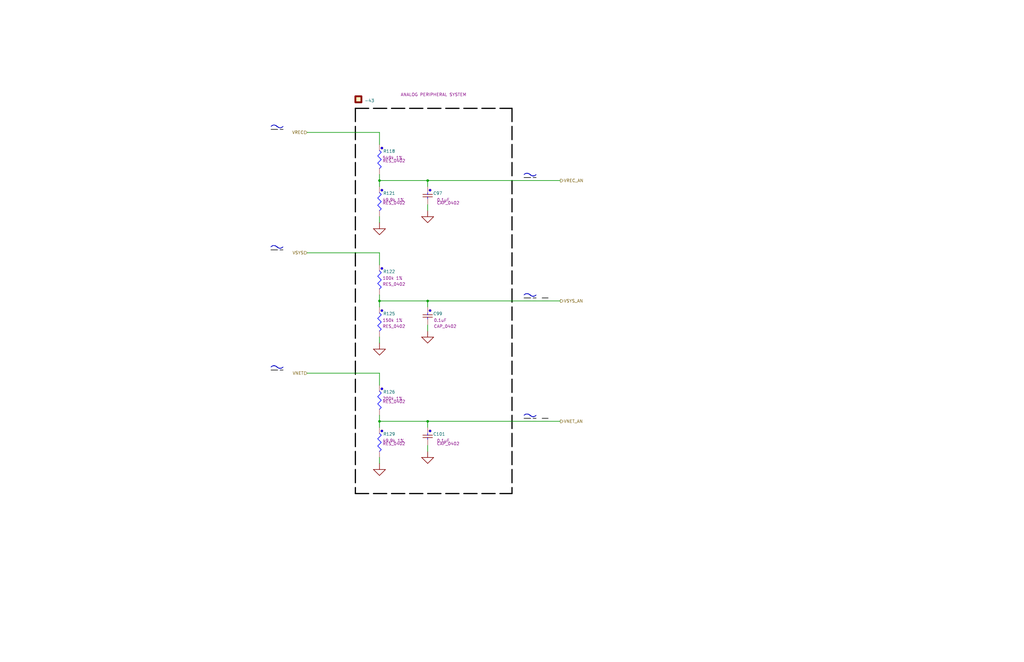
<source format=kicad_sch>
(kicad_sch (version 20231120) (generator "eeschema") (generator_version "8.0")
  (paper "B")
  (title_block (rev "-"))
  (lib_symbols
    (symbol "NNPS:GND" (power)
      (property "Reference" "#PWR" (at 0 0 0))
      (property "Value" "GND" (at 0 6.35 0))
      (symbol "GND_0_0"
        (polyline (pts (xy 0 0) (xy 0 -2.54)) (stroke (width 0.254)))
        (polyline (pts (xy -2.54 -2.54) (xy 2.54 -2.54) (xy 0 -5.08) (xy -2.54 -2.54)) (stroke (width 0.254)))
        (pin power_in line (at 0 0 0) (length 0) hide (name "GND") (number ""))
      )
    )
    (symbol "NNPS:root_0_BOM_S1"
      (symbol "root_0_BOM_S1_1_0"
        (rectangle (start 2.54 0) (end 0 -2.54) (stroke (width 0.762)) (fill (type background)))
      )
    )
    (symbol "NNPS:root_3_CRCW0402549KFKED"
      (symbol "root_3_CRCW0402549KFKED_1_0"
        (polyline (pts (xy 0 -10.16) (xy 0.762 -9.398) (xy -0.762 -7.874) (xy 0.762 -6.35) (xy -0.762 -4.826) (xy 0.762 -3.302) (xy 0 -2.54)) (stroke (width 0.254) (color 0 0 255 1)))
        (circle (center 1.016 -1.524) (radius 0.508) (stroke (width 0.0001)) (fill (type color) (color 0 0 255 1)))
        (pin passive line (at 0 0 270) (length 2.54) (name "1") (number "1"))
        (pin passive line (at 0 -12.7 90) (length 2.54) (name "2") (number "2"))
      )
    )
    (symbol "NNPS:root_3_GRM155R71C104KA88D"
      (symbol "root_3_GRM155R71C104KA88D_1_0"
        (polyline (pts (xy -2.032 -3.302) (xy 2.032 -3.302)) (stroke (width 0.254)))
        (polyline (pts (xy 0 -5.08) (xy 0 -4.318)) (stroke (width 0.254) (color 0 0 255 1)))
        (polyline (pts (xy 0 -2.54) (xy 0 -3.302)) (stroke (width 0.254) (color 0 0 255 1)))
        (polyline (pts (xy 2.032 -4.318) (xy -2.032 -4.318)) (stroke (width 0.254)))
        (circle (center 1.016 -1.524) (radius 0.508) (stroke (width 0.0001)) (fill (type color) (color 0 0 255 1)))
        (pin passive line (at 0 0 270) (length 2.54) (name "1") (number "1"))
        (pin passive line (at 0 -7.62 90) (length 2.54) (name "2") (number "2"))
      )
    )
    (symbol "NNPS:root_3_MCR01MZPF1003"
      (symbol "root_3_MCR01MZPF1003_1_0"
        (polyline (pts (xy 0 -10.16) (xy 0.762 -9.398) (xy -0.762 -7.874) (xy 0.762 -6.35) (xy -0.762 -4.826) (xy 0.762 -3.302) (xy 0 -2.54)) (stroke (width 0.254) (color 0 0 255 1)))
        (circle (center 1.016 -1.524) (radius 0.508) (stroke (width 0.0001)) (fill (type color) (color 0 0 255 1)))
        (pin passive line (at 0 0 270) (length 2.54) (name "1") (number "1"))
        (pin passive line (at 0 -12.7 90) (length 2.54) (name "2") (number "2"))
      )
    )
    (symbol "NNPS:root_3_MCR01MZPF1503"
      (symbol "root_3_MCR01MZPF1503_1_0"
        (polyline (pts (xy 0 -10.16) (xy 0.762 -9.398) (xy -0.762 -7.874) (xy 0.762 -6.35) (xy -0.762 -4.826) (xy 0.762 -3.302) (xy 0 -2.54)) (stroke (width 0.254) (color 0 0 255 1)))
        (circle (center 1.016 -1.524) (radius 0.508) (stroke (width 0.0001)) (fill (type color) (color 0 0 255 1)))
        (pin passive line (at 0 0 270) (length 2.54) (name "1") (number "1"))
        (pin passive line (at 0 -12.7 90) (length 2.54) (name "2") (number "2"))
      )
    )
    (symbol "NNPS:root_3_MCR01MZPF2003"
      (symbol "root_3_MCR01MZPF2003_1_0"
        (polyline (pts (xy 0 -10.16) (xy 0.762 -9.398) (xy -0.762 -7.874) (xy 0.762 -6.35) (xy -0.762 -4.826) (xy 0.762 -3.302) (xy 0 -2.54)) (stroke (width 0.254) (color 0 0 255 1)))
        (circle (center 1.016 -1.524) (radius 0.508) (stroke (width 0.0001)) (fill (type color) (color 0 0 255 1)))
        (pin passive line (at 0 0 270) (length 2.54) (name "1") (number "1"))
        (pin passive line (at 0 -12.7 90) (length 2.54) (name "2") (number "2"))
      )
    )
    (symbol "NNPS:root_3_MCR01MZPF4992"
      (symbol "root_3_MCR01MZPF4992_1_0"
        (polyline (pts (xy 0 -10.16) (xy 0.762 -9.398) (xy -0.762 -7.874) (xy 0.762 -6.35) (xy -0.762 -4.826) (xy 0.762 -3.302) (xy 0 -2.54)) (stroke (width 0.254) (color 0 0 255 1)))
        (circle (center 1.016 -1.524) (radius 0.508) (stroke (width 0.0001)) (fill (type color) (color 0 0 255 1)))
        (pin passive line (at 0 0 270) (length 2.54) (name "1") (number "1"))
        (pin passive line (at 0 -12.7 90) (length 2.54) (name "2") (number "2"))
      )
    )
  )
  (junction (at 180.34 76.2))
  (junction (at 160.02 127))
  (junction (at 160.02 76.2))
  (junction (at 180.34 177.8))
  (junction (at 180.34 127))
  (junction (at 160.02 177.8))
  (polyline (pts (xy 224.4048 175.7641) (xy 224.4994 175.7875)) (stroke (width 0.254) (type solid)))
  (polyline (pts (xy 224.5973 175.8057) (xy 224.6982 175.8182)) (stroke (width 0.254) (type solid)))
  (polyline (pts (xy 114.8786 154.4601) (xy 114.9942 154.4124)) (stroke (width 0.254) (type solid)))
  (polyline (pts (xy 223.5054 175.2461) (xy 223.5163 175.2564)) (stroke (width 0.254) (type solid)))
  (polyline (pts (xy 223.5345 73.674) (xy 223.5524 73.6904)) (stroke (width 0.254) (type solid)))
  (polyline (pts (xy 225.7038 124.7534) (xy 225.8221 124.6693)) (stroke (width 0.254) (type solid)))
  (polyline (pts (xy 221.9126 174.7243) (xy 222.0233 174.7065)) (stroke (width 0.254) (type solid)))
  (polyline (pts (xy 115.6058 103.6183) (xy 115.7067 103.6308)) (stroke (width 0.254) (type solid)))
  (polyline (pts (xy 221.2178 73.4508) (xy 221.3361 73.3667)) (stroke (width 0.254) (type solid)))
  (polyline (pts (xy 223.4875 73.6297) (xy 223.5054 73.6461)) (stroke (width 0.254) (type solid)))
  (polyline (pts (xy 224.9081 175.8228) (xy 225.0166 175.8136)) (stroke (width 0.254) (type solid)))
  (polyline (pts (xy 116.84 53.34) (xy 116.8436 53.3437)) (stroke (width 0.254) (type solid)))
  (polyline (pts (xy 116.8075 53.3097) (xy 116.8254 53.3261)) (stroke (width 0.254) (type solid)))
  (polyline (pts (xy 117.6219 155.3602) (xy 117.713 155.388)) (stroke (width 0.254) (type solid)))
  (polyline (pts (xy 117.0572 104.3931) (xy 117.1174 104.4322)) (stroke (width 0.254) (type solid)))
  (wire (pts (xy 160.02 127) (xy 160.02 124.46)) (stroke (width 0.254)))
  (wire (pts (xy 180.34 129.54) (xy 180.34 127)) (stroke (width 0.254)))
  (polyline (pts (xy 117.3277 104.5498) (xy 117.407 104.5867)) (stroke (width 0.254) (type solid)))
  (polyline (pts (xy 225.2398 74.1687) (xy 225.3539 74.1316)) (stroke (width 0.254) (type solid)))
  (polyline (pts (xy 221.8001 174.7514) (xy 221.9126 174.7243)) (stroke (width 0.254) (type solid)))
  (polyline (pts (xy 228.6 125.73) (xy 231.14 125.73)) (stroke (width 0.254) (type solid) (color 0 0 0 1)))
  (polyline (pts (xy 223.1866 124.2043) (xy 223.2468 124.2434)) (stroke (width 0.254) (type solid)))
  (polyline (pts (xy 221.686 174.7885) (xy 221.8001 174.7514)) (stroke (width 0.254) (type solid)))
  (polyline (pts (xy 117.713 155.388) (xy 117.8076 155.4114)) (stroke (width 0.254) (type solid)))
  (polyline (pts (xy 225.1273 175.7958) (xy 225.2398 175.7687)) (stroke (width 0.254) (type solid)))
  (polyline (pts (xy 224.3137 74.1363) (xy 224.4048 74.1641)) (stroke (width 0.254) (type solid)))
  (polyline (pts (xy 116.2845 154.5106) (xy 116.3593 154.5491)) (stroke (width 0.254) (type solid)))
  (polyline (pts (xy 116.7518 53.2616) (xy 116.7829 53.288)) (stroke (width 0.254) (type solid)))
  (polyline (pts (xy 223.1866 73.4043) (xy 223.2468 73.4434)) (stroke (width 0.254) (type solid)))
  (polyline (pts (xy 114.6443 154.5906) (xy 114.7619 154.5193)) (stroke (width 0.254) (type solid)))
  (polyline (pts (xy 223.6081 124.5385) (xy 223.6455 124.5689)) (stroke (width 0.254) (type solid)))
  (polyline (pts (xy 115.2326 52.8043) (xy 115.3433 52.7865)) (stroke (width 0.254) (type solid)))
  (polyline (pts (xy 115.5022 103.6124) (xy 115.6058 103.6183)) (stroke (width 0.254) (type solid)))
  (polyline (pts (xy 117.0582 53.5186) (xy 117.1131 53.5567)) (stroke (width 0.254) (type solid)))
  (polyline (pts (xy 116.8363 53.3364) (xy 116.84 53.34)) (stroke (width 0.254) (type solid)))
  (polyline (pts (xy 223.0511 73.3252) (xy 223.1213 73.3646)) (stroke (width 0.254) (type solid)))
  (polyline (pts (xy 224.2263 175.7048) (xy 224.3137 175.7363)) (stroke (width 0.254) (type solid)))
  (polyline (pts (xy 223.5163 175.2564) (xy 223.52 175.26)) (stroke (width 0.254) (type solid)))
  (polyline (pts (xy 116.8136 154.87) (xy 116.8245 154.8803)) (stroke (width 0.254) (type solid)))
  (polyline (pts (xy 114.3631 104.0647) (xy 114.4819 103.9672)) (stroke (width 0.254) (type solid)))
  (polyline (pts (xy 225.1273 74.1958) (xy 225.2398 74.1687)) (stroke (width 0.254) (type solid)))
  (polyline (pts (xy 221.3361 124.1667) (xy 221.4537 124.0954)) (stroke (width 0.254) (type solid)))
  (polyline (pts (xy 223.5163 73.6564) (xy 223.52 73.66)) (stroke (width 0.254) (type solid)))
  (polyline (pts (xy 119.0238 53.6334) (xy 119.1421 53.5493)) (stroke (width 0.254) (type solid)))
  (polyline (pts (xy 116.8722 104.2549) (xy 116.9096 104.2853)) (stroke (width 0.254) (type solid)))
  (polyline (pts (xy 223.52 175.26) (xy 223.5236 175.2637)) (stroke (width 0.254) (type solid)))
  (polyline (pts (xy 222.1318 123.8973) (xy 222.2381 123.896)) (stroke (width 0.254) (type solid)))
  (polyline (pts (xy 223.8533 73.9158) (xy 223.9186 73.9555)) (stroke (width 0.254) (type solid)))
  (polyline (pts (xy 118.8944 155.2486) (xy 119.012 155.1773)) (stroke (width 0.254) (type solid)))
  (polyline (pts (xy 223.8533 175.5158) (xy 223.9186 175.5555)) (stroke (width 0.254) (type solid)))
  (polyline (pts (xy 225.9409 175.3718) (xy 226.06 175.26)) (stroke (width 0.254) (type solid)))
  (polyline (pts (xy 225.0166 175.8136) (xy 225.1273 175.7958)) (stroke (width 0.254) (type solid)))
  (polyline (pts (xy 116.7829 53.288) (xy 116.8075 53.3097)) (stroke (width 0.254) (type solid)))
  (polyline (pts (xy 222.4426 73.1144) (xy 222.5405 73.1326)) (stroke (width 0.254) (type solid)))
  (polyline (pts (xy 223.7931 73.8767) (xy 223.8533 73.9158)) (stroke (width 0.254) (type solid)))
  (polyline (pts (xy 222.9763 73.2867) (xy 223.0511 73.3252)) (stroke (width 0.254) (type solid)))
  (polyline (pts (xy 115.8487 154.3565) (xy 115.9433 154.3799)) (stroke (width 0.254) (type solid)))
  (polyline (pts (xy 119.0862 104.3857) (xy 119.205 104.2882)) (stroke (width 0.254) (type solid)))
  (polyline (pts (xy 115.7067 103.6308) (xy 115.8046 103.649)) (stroke (width 0.254) (type solid)))
  (polyline (pts (xy 115.3959 103.6137) (xy 115.5022 103.6124)) (stroke (width 0.254) (type solid)))
  (polyline (pts (xy 117.8614 104.7221) (xy 117.9623 104.7346)) (stroke (width 0.254) (type solid)))
  (polyline (pts (xy 224.1429 175.6703) (xy 224.2263 175.7048)) (stroke (width 0.254) (type solid)))
  (polyline (pts (xy 115.6499 154.3258) (xy 115.7508 154.3383)) (stroke (width 0.254) (type solid)))
  (polyline (pts (xy 117.8194 53.8675) (xy 117.9173 53.8857)) (stroke (width 0.254) (type solid)))
  (polyline (pts (xy 225.3539 175.7316) (xy 225.4695 175.6839)) (stroke (width 0.254) (type solid)))
  (wire (pts (xy 129.54 106.68) (xy 160.02 106.68)) (stroke (width 0.254)))
  (polyline (pts (xy 116.0344 154.4077) (xy 116.1218 154.4392)) (stroke (width 0.254) (type solid)))
  (polyline (pts (xy 221.3361 73.3667) (xy 221.4537 73.2954)) (stroke (width 0.254) (type solid)))
  (polyline (pts (xy 222.897 174.8498) (xy 222.9763 174.8867)) (stroke (width 0.254) (type solid)))
  (polyline (pts (xy 116.1611 103.7662) (xy 116.2404 103.8031)) (stroke (width 0.254) (type solid)))
  (polyline (pts (xy 116.8427 154.8979) (xy 116.8606 154.9143)) (stroke (width 0.254) (type solid)))
  (polyline (pts (xy 117.1733 53.5958) (xy 117.2386 53.6355)) (stroke (width 0.254) (type solid)))
  (polyline (pts (xy 117.1174 104.4322) (xy 117.1827 104.4719)) (stroke (width 0.254) (type solid)))
  (polyline (pts (xy 116.3854 103.881) (xy 116.4507 103.9207)) (stroke (width 0.254) (type solid)))
  (polyline (pts (xy 224.4994 124.9875) (xy 224.5973 125.0057)) (stroke (width 0.254) (type solid)))
  (polyline (pts (xy 114.2441 105.4464) (xy 119.3241 105.4464)) (stroke (width 0.254) (type dash) (color 0 0 0 1)))
  (polyline (pts (xy 116.9972 155.0264) (xy 117.0464 155.0625)) (stroke (width 0.254) (type solid)))
  (polyline (pts (xy 117.9055 155.4296) (xy 118.0064 155.4421)) (stroke (width 0.254) (type solid)))
  (polyline (pts (xy 223.9186 124.7555) (xy 223.9888 124.7949)) (stroke (width 0.254) (type solid)))
  (wire (pts (xy 180.34 139.7) (xy 180.34 137.16)) (stroke (width 0.254)))
  (polyline (pts (xy 115.44 154.3212) (xy 115.5463 154.3199)) (stroke (width 0.254) (type solid)))
  (polyline (pts (xy 116.3593 154.5491) (xy 116.4295 154.5885)) (stroke (width 0.254) (type solid)))
  (polyline (pts (xy 116.9163 154.9624) (xy 116.9537 154.9928)) (stroke (width 0.254) (type solid)))
  (polyline (pts (xy 220.98 125.73) (xy 226.06 125.73)) (stroke (width 0.254) (type dash) (color 0 0 0 1)))
  (polyline (pts (xy 115.5581 52.776) (xy 115.6617 52.7819)) (stroke (width 0.254) (type solid)))
  (polyline (pts (xy 223.5236 175.2637) (xy 223.5345 175.274)) (stroke (width 0.254) (type solid)))
  (polyline (pts (xy 117.2529 104.5113) (xy 117.3277 104.5498)) (stroke (width 0.254) (type solid)))
  (polyline (pts (xy 220.98 73.66) (xy 221.099 73.5483)) (stroke (width 0.254) (type solid)))
  (polyline (pts (xy 117.1615 155.1397) (xy 117.2268 155.1794)) (stroke (width 0.254) (type solid)))
  (polyline (pts (xy 116.897 53.3921) (xy 116.9281 53.4185)) (stroke (width 0.254) (type solid)))
  (polyline (pts (xy 222.9763 124.0867) (xy 223.0511 124.1252)) (stroke (width 0.254) (type solid)))
  (polyline (pts (xy 115.3433 52.7865) (xy 115.4518 52.7773)) (stroke (width 0.254) (type solid)))
  (polyline (pts (xy 114.3 53.34) (xy 114.419 53.2283)) (stroke (width 0.254) (type solid)))
  (polyline (pts (xy 114.4072 154.7722) (xy 114.526 154.6747)) (stroke (width 0.254) (type solid)))
  (polyline (pts (xy 116.8282 154.8839) (xy 116.8318 154.8876)) (stroke (width 0.254) (type solid)))
  (polyline (pts (xy 221.099 124.3483) (xy 221.2178 124.2508)) (stroke (width 0.254) (type solid)))
  (wire (pts (xy 160.02 129.54) (xy 160.02 127)) (stroke (width 0.254)))
  (polyline (pts (xy 223.2468 73.4434) (xy 223.3017 73.4815)) (stroke (width 0.254) (type solid)))
  (polyline (pts (xy 223.3944 73.5512) (xy 223.4318 73.5816)) (stroke (width 0.254) (type solid)))
  (polyline (pts (xy 224.4994 74.1875) (xy 224.5973 74.2057)) (stroke (width 0.254) (type solid)))
  (polyline (pts (xy 116.9531 104.3189) (xy 117.0023 104.355)) (stroke (width 0.254) (type solid)))
  (polyline (pts (xy 224.8018 175.8241) (xy 224.9081 175.8228)) (stroke (width 0.254) (type solid)))
  (polyline (pts (xy 115.2208 154.3482) (xy 115.3315 154.3304)) (stroke (width 0.254) (type solid)))
  (polyline (pts (xy 118.7777 155.3078) (xy 118.8944 155.2486)) (stroke (width 0.254) (type solid)))
  (polyline (pts (xy 222.897 124.0498) (xy 222.9763 124.0867)) (stroke (width 0.254) (type solid)))
  (polyline (pts (xy 223.3944 175.1512) (xy 223.4318 175.1816)) (stroke (width 0.254) (type solid)))
  (polyline (pts (xy 222.5405 123.9326) (xy 222.6351 123.956)) (stroke (width 0.254) (type solid)))
  (polyline (pts (xy 118.618 104.648) (xy 118.7336 104.6003)) (stroke (width 0.254) (type solid)))
  (polyline (pts (xy 114.419 53.2283) (xy 114.5378 53.1308)) (stroke (width 0.254) (type solid)))
  (polyline (pts (xy 222.7262 174.7838) (xy 222.8136 174.8153)) (stroke (width 0.254) (type solid)))
  (wire (pts (xy 160.02 93.98) (xy 160.02 91.44)) (stroke (width 0.254)))
  (polyline (pts (xy 116.8318 154.8876) (xy 116.8427 154.8979)) (stroke (width 0.254) (type solid)))
  (polyline (pts (xy 223.4875 175.2297) (xy 223.5054 175.2461)) (stroke (width 0.254) (type solid)))
  (polyline (pts (xy 117.1131 53.5567) (xy 117.1733 53.5958)) (stroke (width 0.254) (type solid)))
  (wire (pts (xy 160.02 144.78) (xy 160.02 142.24)) (stroke (width 0.254)))
  (polyline (pts (xy 115.8046 103.649) (xy 115.8992 103.6724)) (stroke (width 0.254) (type solid)))
  (polyline (pts (xy 116.6585 104.0676) (xy 116.6959 104.098)) (stroke (width 0.254) (type solid)))
  (polyline (pts (xy 114.9501 103.7049) (xy 115.0642 103.6678)) (stroke (width 0.254) (type solid)))
  (polyline (pts (xy 116.7841 104.1764) (xy 116.7877 104.1801)) (stroke (width 0.254) (type solid)))
  (polyline (pts (xy 117.9173 53.8857) (xy 118.0182 53.8982)) (stroke (width 0.254) (type solid)))
  (polyline (pts (xy 224.8018 74.2241) (xy 224.9081 74.2228)) (stroke (width 0.254) (type solid)))
  (polyline (pts (xy 223.3017 175.0815) (xy 223.3509 175.1176)) (stroke (width 0.254) (type solid)))
  (polyline (pts (xy 224.2263 124.9048) (xy 224.3137 124.9363)) (stroke (width 0.254) (type solid)))
  (polyline (pts (xy 222.4426 123.9144) (xy 222.5405 123.9326)) (stroke (width 0.254) (type solid)))
  (polyline (pts (xy 222.897 73.2498) (xy 222.9763 73.2867)) (stroke (width 0.254) (type solid)))
  (polyline (pts (xy 222.2381 123.896) (xy 222.3417 123.9019)) (stroke (width 0.254) (type solid)))
  (polyline (pts (xy 221.2178 175.0508) (xy 221.3361 174.9667)) (stroke (width 0.254) (type solid)))
  (polyline (pts (xy 222.0233 73.1065) (xy 222.1318 73.0973)) (stroke (width 0.254) (type solid)))
  (polyline (pts (xy 224.3137 124.9363) (xy 224.4048 124.9641)) (stroke (width 0.254) (type solid)))
  (polyline (pts (xy 116.5066 53.0843) (xy 116.5668 53.1234)) (stroke (width 0.254) (type solid)))
  (polyline (pts (xy 223.577 175.3121) (xy 223.6081 175.3385)) (stroke (width 0.254) (type solid)))
  (polyline (pts (xy 221.4537 174.8954) (xy 221.5704 174.8362)) (stroke (width 0.254) (type solid)))
  (polyline (pts (xy 117.0023 104.355) (xy 117.0572 104.3931)) (stroke (width 0.254) (type solid)))
  (polyline (pts (xy 223.7931 175.4767) (xy 223.8533 175.5158)) (stroke (width 0.254) (type solid)))
  (polyline (pts (xy 117.4629 53.7503) (xy 117.5463 53.7848)) (stroke (width 0.254) (type solid)))
  (polyline (pts (xy 117.6337 53.8163) (xy 117.7248 53.8441)) (stroke (width 0.254) (type solid)))
  (polyline (pts (xy 118.1218 53.9041) (xy 118.2281 53.9028)) (stroke (width 0.254) (type solid)))
  (wire (pts (xy 180.34 180.34) (xy 180.34 177.8)) (stroke (width 0.254)))
  (polyline (pts (xy 225.7038 175.5534) (xy 225.8221 175.4693)) (stroke (width 0.254) (type solid)))
  (polyline (pts (xy 117.3718 155.2573) (xy 117.4511 155.2942)) (stroke (width 0.254) (type solid)))
  (polyline (pts (xy 223.3509 175.1176) (xy 223.3944 175.1512)) (stroke (width 0.254) (type solid)))
  (polyline (pts (xy 221.9126 123.9243) (xy 222.0233 123.9065)) (stroke (width 0.254) (type solid)))
  (polyline (pts (xy 114.7178 103.8118) (xy 114.8345 103.7526)) (stroke (width 0.254) (type solid)))
  (polyline (pts (xy 223.689 73.8025) (xy 223.7382 73.8386)) (stroke (width 0.254) (type solid)))
  (polyline (pts (xy 223.7382 175.4386) (xy 223.7931 175.4767)) (stroke (width 0.254) (type solid)))
  (polyline (pts (xy 224.6982 175.8182) (xy 224.8018 175.8241)) (stroke (width 0.254) (type solid)))
  (polyline (pts (xy 224.0636 175.6334) (xy 224.1429 175.6703)) (stroke (width 0.254) (type solid)))
  (polyline (pts (xy 118.3914 104.7122) (xy 118.5039 104.6851)) (stroke (width 0.254) (type solid)))
  (polyline (pts (xy 149.86 45.72) (xy 215.9 45.72)) (stroke (width 0.508) (type dash) (color 0 0 0 1)))
  (polyline (pts (xy 222.3417 73.1019) (xy 222.4426 73.1144)) (stroke (width 0.254) (type solid)))
  (polyline (pts (xy 222.3417 174.7019) (xy 222.4426 174.7144)) (stroke (width 0.254) (type solid)))
  (wire (pts (xy 160.02 195.58) (xy 160.02 193.04)) (stroke (width 0.254)))
  (polyline (pts (xy 114.2882 154.8839) (xy 114.4072 154.7722)) (stroke (width 0.254) (type solid)))
  (polyline (pts (xy 223.8533 124.7158) (xy 223.9186 124.7555)) (stroke (width 0.254) (type solid)))
  (polyline (pts (xy 223.0511 124.1252) (xy 223.1213 124.1646)) (stroke (width 0.254) (type solid)))
  (polyline (pts (xy 223.52 73.66) (xy 223.5236 73.6637)) (stroke (width 0.254) (type solid)))
  (polyline (pts (xy 115.9551 52.836) (xy 116.0462 52.8638)) (stroke (width 0.254) (type solid)))
  (polyline (pts (xy 223.2468 124.2434) (xy 223.3017 124.2815)) (stroke (width 0.254) (type solid)))
  (polyline (pts (xy 116.7695 104.1625) (xy 116.7804 104.1728)) (stroke (width 0.254) (type solid)))
  (polyline (pts (xy 222.3417 123.9019) (xy 222.4426 123.9144)) (stroke (width 0.254) (type solid)))
  (polyline (pts (xy 223.9186 175.5555) (xy 223.9888 175.5949)) (stroke (width 0.254) (type solid)))
  (polyline (pts (xy 223.6455 73.7689) (xy 223.689 73.8025)) (stroke (width 0.254) (type solid)))
  (polyline (pts (xy 224.4048 74.1641) (xy 224.4994 74.1875)) (stroke (width 0.254) (type solid)))
  (polyline (pts (xy 115.1201 52.8314) (xy 115.2326 52.8043)) (stroke (width 0.254) (type solid)))
  (polyline (pts (xy 222.0233 174.7065) (xy 222.1318 174.6973)) (stroke (width 0.254) (type solid)))
  (polyline (pts (xy 116.5109 103.9598) (xy 116.5658 103.9979)) (stroke (width 0.254) (type solid)))
  (polyline (pts (xy 116.8411 104.2285) (xy 116.8722 104.2549)) (stroke (width 0.254) (type solid)))
  (polyline (pts (xy 223.7382 73.8386) (xy 223.7931 73.8767)) (stroke (width 0.254) (type solid)))
  (polyline (pts (xy 224.3137 175.7363) (xy 224.4048 175.7641)) (stroke (width 0.254) (type solid)))
  (polyline (pts (xy 116.0777 103.7317) (xy 116.1611 103.7662)) (stroke (width 0.254) (type solid)))
  (polyline (pts (xy 223.9888 73.9949) (xy 224.0636 74.0334)) (stroke (width 0.254) (type solid)))
  (polyline (pts (xy 116.727 104.1244) (xy 116.7516 104.1461)) (stroke (width 0.254) (type solid)))
  (polyline (pts (xy 114.3 54.61) (xy 119.38 54.61)) (stroke (width 0.254) (type dash) (color 0 0 0 1)))
  (polyline (pts (xy 115.1083 154.3753) (xy 115.2208 154.3482)) (stroke (width 0.254) (type solid)))
  (polyline (pts (xy 118.2163 155.4467) (xy 118.3248 155.4375)) (stroke (width 0.254) (type solid)))
  (polyline (pts (xy 222.0233 123.9065) (xy 222.1318 123.8973)) (stroke (width 0.254) (type solid)))
  (polyline (pts (xy 224.4994 175.7875) (xy 224.5973 175.8057)) (stroke (width 0.254) (type solid)))
  (polyline (pts (xy 116.0462 52.8638) (xy 116.1336 52.8953)) (stroke (width 0.254) (type solid)))
  (polyline (pts (xy 222.8136 73.2153) (xy 222.897 73.2498)) (stroke (width 0.254) (type solid)))
  (polyline (pts (xy 223.577 124.5121) (xy 223.6081 124.5385)) (stroke (width 0.254) (type solid)))
  (polyline (pts (xy 117.2268 155.1794) (xy 117.297 155.2188)) (stroke (width 0.254) (type solid)))
  (polyline (pts (xy 119.1303 155.0932) (xy 119.2491 154.9957)) (stroke (width 0.254) (type solid)))
  (polyline (pts (xy 223.5236 73.6637) (xy 223.5345 73.674)) (stroke (width 0.254) (type solid)))
  (polyline (pts (xy 117.5345 155.3287) (xy 117.6219 155.3602)) (stroke (width 0.254) (type solid)))
  (polyline (pts (xy 114.2882 156.1539) (xy 119.3682 156.1539)) (stroke (width 0.254) (type dash) (color 0 0 0 1)))
  (polyline (pts (xy 220.98 176.53) (xy 226.06 176.53)) (stroke (width 0.254) (type dash) (color 0 0 0 1)))
  (polyline (pts (xy 222.7262 123.9838) (xy 222.8136 124.0153)) (stroke (width 0.254) (type solid)))
  (polyline (pts (xy 221.9126 73.1243) (xy 222.0233 73.1065)) (stroke (width 0.254) (type solid)))
  (polyline (pts (xy 221.5704 73.2362) (xy 221.686 73.1885)) (stroke (width 0.254) (type solid)))
  (wire (pts (xy 180.34 190.5) (xy 180.34 187.96)) (stroke (width 0.254)))
  (polyline (pts (xy 224.6982 74.2182) (xy 224.8018 74.2241)) (stroke (width 0.254) (type solid)))
  (polyline (pts (xy 225.4695 74.0839) (xy 225.5862 74.0247)) (stroke (width 0.254) (type solid)))
  (polyline (pts (xy 223.7931 124.6767) (xy 223.8533 124.7158)) (stroke (width 0.254) (type solid)))
  (polyline (pts (xy 116.6709 53.1976) (xy 116.7144 53.2312)) (stroke (width 0.254) (type solid)))
  (wire (pts (xy 180.34 78.74) (xy 180.34 76.2)) (stroke (width 0.254)))
  (polyline (pts (xy 118.3248 155.4375) (xy 118.4355 155.4197)) (stroke (width 0.254) (type solid)))
  (polyline (pts (xy 116.1336 52.8953) (xy 116.217 52.9298)) (stroke (width 0.254) (type solid)))
  (polyline (pts (xy 119.012 155.1773) (xy 119.1303 155.0932)) (stroke (width 0.254) (type solid)))
  (polyline (pts (xy 223.3509 73.5176) (xy 223.3944 73.5512)) (stroke (width 0.254) (type solid)))
  (polyline (pts (xy 223.4318 124.3816) (xy 223.4629 124.408)) (stroke (width 0.254) (type solid)))
  (polyline (pts (xy 223.5163 124.4564) (xy 223.52 124.46)) (stroke (width 0.254) (type solid)))
  (polyline (pts (xy 225.3539 124.9316) (xy 225.4695 124.8839)) (stroke (width 0.254) (type solid)))
  (wire (pts (xy 129.54 55.88) (xy 160.02 55.88)) (stroke (width 0.254)))
  (polyline (pts (xy 117.7248 53.8441) (xy 117.8194 53.8675)) (stroke (width 0.254) (type solid)))
  (polyline (pts (xy 115.4518 52.7773) (xy 115.5581 52.776)) (stroke (width 0.254) (type solid)))
  (polyline (pts (xy 116.8245 154.8803) (xy 116.8282 154.8839)) (stroke (width 0.254) (type solid)))
  (polyline (pts (xy 118.0182 53.8982) (xy 118.1218 53.9041)) (stroke (width 0.254) (type solid)))
  (polyline (pts (xy 225.0166 125.0136) (xy 225.1273 124.9958)) (stroke (width 0.254) (type solid)))
  (polyline (pts (xy 224.5973 125.0057) (xy 224.6982 125.0182)) (stroke (width 0.254) (type solid)))
  (polyline (pts (xy 223.689 175.4025) (xy 223.7382 175.4386)) (stroke (width 0.254) (type solid)))
  (polyline (pts (xy 116.8606 154.9143) (xy 116.8852 154.936)) (stroke (width 0.254) (type solid)))
  (polyline (pts (xy 117.9623 104.7346) (xy 118.0659 104.7405)) (stroke (width 0.254) (type solid)))
  (polyline (pts (xy 225.9409 124.5718) (xy 226.06 124.46)) (stroke (width 0.254) (type solid)))
  (polyline (pts (xy 222.6351 73.156) (xy 222.7262 73.1838)) (stroke (width 0.254) (type solid)))
  (polyline (pts (xy 116.7516 104.1461) (xy 116.7695 104.1625)) (stroke (width 0.254) (type solid)))
  (polyline (pts (xy 221.5704 174.8362) (xy 221.686 174.7885)) (stroke (width 0.254) (type solid)))
  (polyline (pts (xy 116.2963 52.9667) (xy 116.3711 53.0052)) (stroke (width 0.254) (type solid)))
  (wire (pts (xy 180.34 127) (xy 160.02 127)) (stroke (width 0.254)))
  (wire (pts (xy 160.02 76.2) (xy 160.02 73.66)) (stroke (width 0.254)))
  (polyline (pts (xy 223.5345 175.274) (xy 223.5524 175.2904)) (stroke (width 0.254) (type solid)))
  (polyline (pts (xy 223.52 124.46) (xy 223.5236 124.4637)) (stroke (width 0.254) (type solid)))
  (polyline (pts (xy 225.5862 74.0247) (xy 225.7038 73.9534)) (stroke (width 0.254) (type solid)))
  (polyline (pts (xy 220.98 74.93) (xy 226.06 74.93)) (stroke (width 0.254) (type dash) (color 0 0 0 1)))
  (polyline (pts (xy 117.3836 53.7134) (xy 117.4629 53.7503)) (stroke (width 0.254) (type solid)))
  (polyline (pts (xy 223.6455 124.5689) (xy 223.689 124.6025)) (stroke (width 0.254) (type solid)))
  (polyline (pts (xy 116.4413 53.0446) (xy 116.5066 53.0843)) (stroke (width 0.254) (type solid)))
  (polyline (pts (xy 224.9081 74.2228) (xy 225.0166 74.2136)) (stroke (width 0.254) (type solid)))
  (polyline (pts (xy 118.4355 155.4197) (xy 118.548 155.3926)) (stroke (width 0.254) (type solid)))
  (polyline (pts (xy 118.5039 104.6851) (xy 118.618 104.648)) (stroke (width 0.254) (type solid)))
  (polyline (pts (xy 118.8503 104.5411) (xy 118.9679 104.4698)) (stroke (width 0.254) (type solid)))
  (polyline (pts (xy 115.9433 154.3799) (xy 116.0344 154.4077)) (stroke (width 0.254) (type solid)))
  (polyline (pts (xy 118.5598 53.8487) (xy 118.6739 53.8116)) (stroke (width 0.254) (type solid)))
  (polyline (pts (xy 119.2609 53.4518) (xy 119.38 53.34)) (stroke (width 0.254) (type solid)))
  (polyline (pts (xy 117.7635 104.7039) (xy 117.8614 104.7221)) (stroke (width 0.254) (type solid)))
  (polyline (pts (xy 222.9763 174.8867) (xy 223.0511 174.9252)) (stroke (width 0.254) (type solid)))
  (polyline (pts (xy 223.3017 124.2815) (xy 223.3509 124.3176)) (stroke (width 0.254) (type solid)))
  (polyline (pts (xy 228.6 176.53) (xy 231.14 176.53)) (stroke (width 0.254) (type solid) (color 0 0 0 1)))
  (polyline (pts (xy 116.4507 103.9207) (xy 116.5109 103.9598)) (stroke (width 0.254) (type solid)))
  (polyline (pts (xy 116.7144 53.2312) (xy 116.7518 53.2616)) (stroke (width 0.254) (type solid)))
  (polyline (pts (xy 224.8018 125.0241) (xy 224.9081 125.0228)) (stroke (width 0.254) (type solid)))
  (polyline (pts (xy 115.7508 154.3383) (xy 115.8487 154.3565)) (stroke (width 0.254) (type solid)))
  (polyline (pts (xy 114.6561 53.0467) (xy 114.7737 52.9754)) (stroke (width 0.254) (type solid)))
  (polyline (pts (xy 223.9888 124.7949) (xy 224.0636 124.8334)) (stroke (width 0.254) (type solid)))
  (polyline (pts (xy 223.4875 124.4297) (xy 223.5054 124.4461)) (stroke (width 0.254) (type solid)))
  (polyline (pts (xy 221.686 123.9885) (xy 221.8001 123.9514)) (stroke (width 0.254) (type solid)))
  (polyline (pts (xy 118.2281 53.9028) (xy 118.3366 53.8936)) (stroke (width 0.254) (type solid)))
  (polyline (pts (xy 116.9281 53.4185) (xy 116.9655 53.4489)) (stroke (width 0.254) (type solid)))
  (polyline (pts (xy 116.4948 154.6282) (xy 116.555 154.6673)) (stroke (width 0.254) (type solid)))
  (polyline (pts (xy 221.3361 174.9667) (xy 221.4537 174.8954)) (stroke (width 0.254) (type solid)))
  (wire (pts (xy 160.02 180.34) (xy 160.02 177.8)) (stroke (width 0.254)))
  (polyline (pts (xy 223.1866 175.0043) (xy 223.2468 175.0434)) (stroke (width 0.254) (type solid)))
  (polyline (pts (xy 117.5463 53.7848) (xy 117.6337 53.8163)) (stroke (width 0.254) (type solid)))
  (polyline (pts (xy 224.1429 74.0703) (xy 224.2263 74.1048)) (stroke (width 0.254) (type solid)))
  (polyline (pts (xy 116.8165 104.2068) (xy 116.8411 104.2285)) (stroke (width 0.254) (type solid)))
  (polyline (pts (xy 116.6217 53.1615) (xy 116.6709 53.1976)) (stroke (width 0.254) (type solid)))
  (polyline (pts (xy 114.5378 53.1308) (xy 114.6561 53.0467)) (stroke (width 0.254) (type solid)))
  (polyline (pts (xy 117.1013 155.1006) (xy 117.1615 155.1397)) (stroke (width 0.254) (type solid)))
  (polyline (pts (xy 223.1213 73.3646) (xy 223.1866 73.4043)) (stroke (width 0.254) (type solid)))
  (polyline (pts (xy 223.1213 124.1646) (xy 223.1866 124.2043)) (stroke (width 0.254) (type solid)))
  (polyline (pts (xy 223.2468 175.0434) (xy 223.3017 175.0815)) (stroke (width 0.254) (type solid)))
  (polyline (pts (xy 118.7895 53.7639) (xy 118.9062 53.7047)) (stroke (width 0.254) (type solid)))
  (polyline (pts (xy 225.0166 74.2136) (xy 225.1273 74.1958)) (stroke (width 0.254) (type solid)))
  (polyline (pts (xy 119.2491 154.9957) (xy 119.3682 154.8839)) (stroke (width 0.254) (type solid)))
  (polyline (pts (xy 117.2386 53.6355) (xy 117.3088 53.6749)) (stroke (width 0.254) (type solid)))
  (polyline (pts (xy 225.4695 175.6839) (xy 225.5862 175.6247)) (stroke (width 0.254) (type solid)))
  (wire (pts (xy 180.34 177.8) (xy 236.22 177.8)) (stroke (width 0.254)))
  (polyline (pts (xy 116.4295 154.5885) (xy 116.4948 154.6282)) (stroke (width 0.254) (type solid)))
  (polyline (pts (xy 116.8545 53.354) (xy 116.8724 53.3704)) (stroke (width 0.254) (type solid)))
  (polyline (pts (xy 116.8436 53.3437) (xy 116.8545 53.354)) (stroke (width 0.254) (type solid)))
  (polyline (pts (xy 225.2398 124.9687) (xy 225.3539 124.9316)) (stroke (width 0.254) (type solid)))
  (polyline (pts (xy 117.4904 104.6212) (xy 117.5778 104.6527)) (stroke (width 0.254) (type solid)))
  (polyline (pts (xy 225.8221 124.6693) (xy 225.9409 124.5718)) (stroke (width 0.254) (type solid)))
  (polyline (pts (xy 116.3152 103.8416) (xy 116.3854 103.881)) (stroke (width 0.254) (type solid)))
  (polyline (pts (xy 116.7986 104.1904) (xy 116.8165 104.2068)) (stroke (width 0.254) (type solid)))
  (polyline (pts (xy 115.8992 103.6724) (xy 115.9903 103.7002)) (stroke (width 0.254) (type solid)))
  (polyline (pts (xy 119.205 104.2882) (xy 119.3241 104.1764)) (stroke (width 0.254) (type solid)))
  (polyline (pts (xy 225.2398 175.7687) (xy 225.3539 175.7316)) (stroke (width 0.254) (type solid)))
  (polyline (pts (xy 222.8136 124.0153) (xy 222.897 124.0498)) (stroke (width 0.254) (type solid)))
  (polyline (pts (xy 223.6081 175.3385) (xy 223.6455 175.3689)) (stroke (width 0.254) (type solid)))
  (polyline (pts (xy 116.7957 154.8536) (xy 116.8136 154.87)) (stroke (width 0.254) (type solid)))
  (polyline (pts (xy 115.6617 52.7819) (xy 115.7626 52.7944)) (stroke (width 0.254) (type solid)))
  (polyline (pts (xy 223.5345 124.474) (xy 223.5524 124.4904)) (stroke (width 0.254) (type solid)))
  (polyline (pts (xy 224.5973 74.2057) (xy 224.6982 74.2182)) (stroke (width 0.254) (type solid)))
  (polyline (pts (xy 224.6982 125.0182) (xy 224.8018 125.0241)) (stroke (width 0.254) (type solid)))
  (polyline (pts (xy 224.1429 124.8703) (xy 224.2263 124.9048)) (stroke (width 0.254) (type solid)))
  (polyline (pts (xy 116.8724 53.3704) (xy 116.897 53.3921)) (stroke (width 0.254) (type solid)))
  (wire (pts (xy 180.34 177.8) (xy 160.02 177.8)) (stroke (width 0.254)))
  (wire (pts (xy 160.02 162.56) (xy 160.02 157.48)) (stroke (width 0.254)))
  (polyline (pts (xy 116.5658 103.9979) (xy 116.615 104.034)) (stroke (width 0.254) (type solid)))
  (polyline (pts (xy 116.6099 154.7054) (xy 116.6591 154.7415)) (stroke (width 0.254) (type solid)))
  (polyline (pts (xy 221.4537 124.0954) (xy 221.5704 124.0362)) (stroke (width 0.254) (type solid)))
  (polyline (pts (xy 117.5778 104.6527) (xy 117.6689 104.6805)) (stroke (width 0.254) (type solid)))
  (wire (pts (xy 160.02 78.74) (xy 160.02 76.2)) (stroke (width 0.254)))
  (polyline (pts (xy 223.6455 175.3689) (xy 223.689 175.4025)) (stroke (width 0.254) (type solid)))
  (polyline (pts (xy 225.8221 175.4693) (xy 225.9409 175.3718)) (stroke (width 0.254) (type solid)))
  (polyline (pts (xy 225.5862 124.8247) (xy 225.7038 124.7534)) (stroke (width 0.254) (type solid)))
  (polyline (pts (xy 149.86 45.72) (xy 149.86 208.28)) (stroke (width 0.508) (type dash) (color 0 0 0 1)))
  (polyline (pts (xy 116.9096 104.2853) (xy 116.9531 104.3189)) (stroke (width 0.254) (type solid)))
  (polyline (pts (xy 220.98 124.46) (xy 221.099 124.3483)) (stroke (width 0.254) (type solid)))
  (polyline (pts (xy 222.2381 73.096) (xy 222.3417 73.1019)) (stroke (width 0.254) (type solid)))
  (polyline (pts (xy 223.7382 124.6386) (xy 223.7931 124.6767)) (stroke (width 0.254) (type solid)))
  (polyline (pts (xy 224.0636 74.0334) (xy 224.1429 74.0703)) (stroke (width 0.254) (type solid)))
  (polyline (pts (xy 221.099 175.1483) (xy 221.2178 175.0508)) (stroke (width 0.254) (type solid)))
  (wire (pts (xy 129.54 157.48) (xy 160.02 157.48)) (stroke (width 0.254)))
  (polyline (pts (xy 117.8076 155.4114) (xy 117.9055 155.4296)) (stroke (width 0.254) (type solid)))
  (polyline (pts (xy 221.4537 73.2954) (xy 221.5704 73.2362)) (stroke (width 0.254) (type solid)))
  (polyline (pts (xy 116.9537 154.9928) (xy 116.9972 155.0264)) (stroke (width 0.254) (type solid)))
  (polyline (pts (xy 114.4819 103.9672) (xy 114.6002 103.8831)) (stroke (width 0.254) (type solid)))
  (polyline (pts (xy 118.548 155.3926) (xy 118.6621 155.3555)) (stroke (width 0.254) (type solid)))
  (polyline (pts (xy 224.9081 125.0228) (xy 225.0166 125.0136)) (stroke (width 0.254) (type solid)))
  (polyline (pts (xy 223.3509 124.3176) (xy 223.3944 124.3512)) (stroke (width 0.254) (type solid)))
  (polyline (pts (xy 222.6351 123.956) (xy 222.7262 123.9838)) (stroke (width 0.254) (type solid)))
  (polyline (pts (xy 117.1827 104.4719) (xy 117.2529 104.5113)) (stroke (width 0.254) (type solid)))
  (polyline (pts (xy 221.2178 124.2508) (xy 221.3361 124.1667)) (stroke (width 0.254) (type solid)))
  (polyline (pts (xy 149.86 208.28) (xy 215.9 208.28)) (stroke (width 0.508) (type dash) (color 0 0 0 1)))
  (polyline (pts (xy 114.7737 52.9754) (xy 114.8904 52.9162)) (stroke (width 0.254) (type solid)))
  (polyline (pts (xy 115.9903 103.7002) (xy 116.0777 103.7317)) (stroke (width 0.254) (type solid)))
  (polyline (pts (xy 116.6591 154.7415) (xy 116.7026 154.7751)) (stroke (width 0.254) (type solid)))
  (polyline (pts (xy 222.5405 73.1326) (xy 222.6351 73.156)) (stroke (width 0.254) (type solid)))
  (polyline (pts (xy 223.4318 73.5816) (xy 223.4629 73.608)) (stroke (width 0.254) (type solid)))
  (polyline (pts (xy 223.3944 124.3512) (xy 223.4318 124.3816)) (stroke (width 0.254) (type solid)))
  (polyline (pts (xy 114.8345 103.7526) (xy 114.9501 103.7049)) (stroke (width 0.254) (type solid)))
  (polyline (pts (xy 221.686 73.1885) (xy 221.8001 73.1514)) (stroke (width 0.254) (type solid)))
  (polyline (pts (xy 221.8001 123.9514) (xy 221.9126 123.9243)) (stroke (width 0.254) (type solid)))
  (polyline (pts (xy 215.9 45.72) (xy 215.9 208.28)) (stroke (width 0.508) (type dash) (color 0 0 0 1)))
  (polyline (pts (xy 114.2441 104.1764) (xy 114.3631 104.0647)) (stroke (width 0.254) (type solid)))
  (polyline (pts (xy 118.1722 104.7392) (xy 118.2807 104.73)) (stroke (width 0.254) (type solid)))
  (polyline (pts (xy 223.577 73.7121) (xy 223.6081 73.7385)) (stroke (width 0.254) (type solid)))
  (polyline (pts (xy 223.4629 175.208) (xy 223.4875 175.2297)) (stroke (width 0.254) (type solid)))
  (polyline (pts (xy 222.1318 174.6973) (xy 222.2381 174.696)) (stroke (width 0.254) (type solid)))
  (polyline (pts (xy 225.1273 124.9958) (xy 225.2398 124.9687)) (stroke (width 0.254) (type solid)))
  (polyline (pts (xy 223.5054 73.6461) (xy 223.5163 73.6564)) (stroke (width 0.254) (type solid)))
  (polyline (pts (xy 118.0659 104.7405) (xy 118.1722 104.7392)) (stroke (width 0.254) (type solid)))
  (polyline (pts (xy 225.8221 73.8693) (xy 225.9409 73.7718)) (stroke (width 0.254) (type solid)))
  (polyline (pts (xy 118.7336 104.6003) (xy 118.8503 104.5411)) (stroke (width 0.254) (type solid)))
  (polyline (pts (xy 118.9062 53.7047) (xy 119.0238 53.6334)) (stroke (width 0.254) (type solid)))
  (polyline (pts (xy 223.4629 124.408) (xy 223.4875 124.4297)) (stroke (width 0.254) (type solid)))
  (polyline (pts (xy 115.7626 52.7944) (xy 115.8605 52.8126)) (stroke (width 0.254) (type solid)))
  (polyline (pts (xy 116.74 154.8055) (xy 116.7711 154.8319)) (stroke (width 0.254) (type solid)))
  (wire (pts (xy 160.02 177.8) (xy 160.02 175.26)) (stroke (width 0.254)))
  (polyline (pts (xy 224.2263 74.1048) (xy 224.3137 74.1363)) (stroke (width 0.254) (type solid)))
  (polyline (pts (xy 114.8904 52.9162) (xy 115.006 52.8685)) (stroke (width 0.254) (type solid)))
  (wire (pts (xy 180.34 127) (xy 236.22 127)) (stroke (width 0.254)))
  (polyline (pts (xy 225.4695 124.8839) (xy 225.5862 124.8247)) (stroke (width 0.254) (type solid)))
  (polyline (pts (xy 223.0511 174.9252) (xy 223.1213 174.9646)) (stroke (width 0.254) (type solid)))
  (polyline (pts (xy 224.0636 124.8334) (xy 224.1429 124.8703)) (stroke (width 0.254) (type solid)))
  (polyline (pts (xy 116.3711 53.0052) (xy 116.4413 53.0446)) (stroke (width 0.254) (type solid)))
  (polyline (pts (xy 115.8605 52.8126) (xy 115.9551 52.836)) (stroke (width 0.254) (type solid)))
  (polyline (pts (xy 116.1218 154.4392) (xy 116.2052 154.4737)) (stroke (width 0.254) (type solid)))
  (polyline (pts (xy 223.6081 73.7385) (xy 223.6455 73.7689)) (stroke (width 0.254) (type solid)))
  (polyline (pts (xy 220.98 175.26) (xy 221.099 175.1483)) (stroke (width 0.254) (type solid)))
  (polyline (pts (xy 116.615 104.034) (xy 116.6585 104.0676)) (stroke (width 0.254) (type solid)))
  (polyline (pts (xy 117.6689 104.6805) (xy 117.7635 104.7039)) (stroke (width 0.254) (type solid)))
  (polyline (pts (xy 223.689 124.6025) (xy 223.7382 124.6386)) (stroke (width 0.254) (type solid)))
  (polyline (pts (xy 225.3539 74.1316) (xy 225.4695 74.0839)) (stroke (width 0.254) (type solid)))
  (polyline (pts (xy 222.1318 73.0973) (xy 222.2381 73.096)) (stroke (width 0.254) (type solid)))
  (polyline (pts (xy 222.5405 174.7326) (xy 222.6351 174.756)) (stroke (width 0.254) (type solid)))
  (polyline (pts (xy 117.009 53.4825) (xy 117.0582 53.5186)) (stroke (width 0.254) (type solid)))
  (polyline (pts (xy 223.4318 175.1816) (xy 223.4629 175.208)) (stroke (width 0.254) (type solid)))
  (polyline (pts (xy 116.7877 104.1801) (xy 116.7986 104.1904)) (stroke (width 0.254) (type solid)))
  (polyline (pts (xy 223.5524 175.2904) (xy 223.577 175.3121)) (stroke (width 0.254) (type solid)))
  (polyline (pts (xy 116.9655 53.4489) (xy 117.009 53.4825)) (stroke (width 0.254) (type solid)))
  (polyline (pts (xy 116.8852 154.936) (xy 116.9163 154.9624)) (stroke (width 0.254) (type solid)))
  (polyline (pts (xy 116.7804 104.1728) (xy 116.7841 104.1764)) (stroke (width 0.254) (type solid)))
  (polyline (pts (xy 118.9679 104.4698) (xy 119.0862 104.3857)) (stroke (width 0.254) (type solid)))
  (polyline (pts (xy 115.1767 103.6407) (xy 115.2874 103.6229)) (stroke (width 0.254) (type solid)))
  (polyline (pts (xy 116.8254 53.3261) (xy 116.8363 53.3364)) (stroke (width 0.254) (type solid)))
  (polyline (pts (xy 225.7038 73.9534) (xy 225.8221 73.8693)) (stroke (width 0.254) (type solid)))
  (polyline (pts (xy 223.5524 73.6904) (xy 223.577 73.7121)) (stroke (width 0.254) (type solid)))
  (polyline (pts (xy 117.0464 155.0625) (xy 117.1013 155.1006)) (stroke (width 0.254) (type solid)))
  (polyline (pts (xy 223.4629 73.608) (xy 223.4875 73.6297)) (stroke (width 0.254) (type solid)))
  (wire (pts (xy 180.34 76.2) (xy 236.22 76.2)) (stroke (width 0.254)))
  (polyline (pts (xy 118.6739 53.8116) (xy 118.7895 53.7639)) (stroke (width 0.254) (type solid)))
  (polyline (pts (xy 221.5704 124.0362) (xy 221.686 123.9885)) (stroke (width 0.254) (type solid)))
  (polyline (pts (xy 117.297 155.2188) (xy 117.3718 155.2573)) (stroke (width 0.254) (type solid)))
  (polyline (pts (xy 119.1421 53.5493) (xy 119.2609 53.4518)) (stroke (width 0.254) (type solid)))
  (polyline (pts (xy 117.4511 155.2942) (xy 117.5345 155.3287)) (stroke (width 0.254) (type solid)))
  (polyline (pts (xy 223.3017 73.4815) (xy 223.3509 73.5176)) (stroke (width 0.254) (type solid)))
  (polyline (pts (xy 117.3088 53.6749) (xy 117.3836 53.7134)) (stroke (width 0.254) (type solid)))
  (polyline (pts (xy 116.7711 154.8319) (xy 116.7957 154.8536)) (stroke (width 0.254) (type solid)))
  (polyline (pts (xy 225.9409 73.7718) (xy 226.06 73.66)) (stroke (width 0.254) (type solid)))
  (polyline (pts (xy 116.2404 103.8031) (xy 116.3152 103.8416)) (stroke (width 0.254) (type solid)))
  (polyline (pts (xy 222.7262 73.1838) (xy 222.8136 73.2153)) (stroke (width 0.254) (type solid)))
  (polyline (pts (xy 223.1213 174.9646) (xy 223.1866 175.0043)) (stroke (width 0.254) (type solid)))
  (polyline (pts (xy 223.9186 73.9555) (xy 223.9888 73.9949)) (stroke (width 0.254) (type solid)))
  (polyline (pts (xy 221.8001 73.1514) (xy 221.9126 73.1243)) (stroke (width 0.254) (type solid)))
  (polyline (pts (xy 223.5524 124.4904) (xy 223.577 124.5121)) (stroke (width 0.254) (type solid)))
  (polyline (pts (xy 116.7026 154.7751) (xy 116.74 154.8055)) (stroke (width 0.254) (type solid)))
  (polyline (pts (xy 223.9888 175.5949) (xy 224.0636 175.6334)) (stroke (width 0.254) (type solid)))
  (polyline (pts (xy 118.2807 104.73) (xy 118.3914 104.7122)) (stroke (width 0.254) (type solid)))
  (polyline (pts (xy 223.5236 124.4637) (xy 223.5345 124.474)) (stroke (width 0.254) (type solid)))
  (polyline (pts (xy 224.4048 124.9641) (xy 224.4994 124.9875)) (stroke (width 0.254) (type solid)))
  (polyline (pts (xy 114.6002 103.8831) (xy 114.7178 103.8118)) (stroke (width 0.254) (type solid)))
  (polyline (pts (xy 222.4426 174.7144) (xy 222.5405 174.7326)) (stroke (width 0.254) (type solid)))
  (polyline (pts (xy 116.2052 154.4737) (xy 116.2845 154.5106)) (stroke (width 0.254) (type solid)))
  (polyline (pts (xy 116.217 52.9298) (xy 116.2963 52.9667)) (stroke (width 0.254) (type solid)))
  (wire (pts (xy 180.34 76.2) (xy 160.02 76.2)) (stroke (width 0.254)))
  (polyline (pts (xy 116.5668 53.1234) (xy 116.6217 53.1615)) (stroke (width 0.254) (type solid)))
  (polyline (pts (xy 225.5862 175.6247) (xy 225.7038 175.5534)) (stroke (width 0.254) (type solid)))
  (polyline (pts (xy 115.5463 154.3199) (xy 115.6499 154.3258)) (stroke (width 0.254) (type solid)))
  (polyline (pts (xy 117.407 104.5867) (xy 117.4904 104.6212)) (stroke (width 0.254) (type solid)))
  (polyline (pts (xy 114.526 154.6747) (xy 114.6443 154.5906)) (stroke (width 0.254) (type solid)))
  (polyline (pts (xy 222.6351 174.756) (xy 222.7262 174.7838)) (stroke (width 0.254) (type solid)))
  (polyline (pts (xy 114.9942 154.4124) (xy 115.1083 154.3753)) (stroke (width 0.254) (type solid)))
  (polyline (pts (xy 115.2874 103.6229) (xy 115.3959 103.6137)) (stroke (width 0.254) (type solid)))
  (polyline (pts (xy 116.555 154.6673) (xy 116.6099 154.7054)) (stroke (width 0.254) (type solid)))
  (wire (pts (xy 160.02 111.76) (xy 160.02 106.68)) (stroke (width 0.254)))
  (polyline (pts (xy 223.5054 124.4461) (xy 223.5163 124.4564)) (stroke (width 0.254) (type solid)))
  (polyline (pts (xy 118.0064 155.4421) (xy 118.11 155.448)) (stroke (width 0.254) (type solid)))
  (polyline (pts (xy 118.11 155.448) (xy 118.2163 155.4467)) (stroke (width 0.254) (type solid)))
  (polyline (pts (xy 118.6621 155.3555) (xy 118.7777 155.3078)) (stroke (width 0.254) (type solid)))
  (polyline (pts (xy 114.7619 154.5193) (xy 114.8786 154.4601)) (stroke (width 0.254) (type solid)))
  (polyline (pts (xy 221.099 73.5483) (xy 221.2178 73.4508)) (stroke (width 0.254) (type solid)))
  (wire (pts (xy 180.34 88.9) (xy 180.34 86.36)) (stroke (width 0.254)))
  (polyline (pts (xy 115.3315 154.3304) (xy 115.44 154.3212)) (stroke (width 0.254) (type solid)))
  (polyline (pts (xy 116.6959 104.098) (xy 116.727 104.1244)) (stroke (width 0.254) (type solid)))
  (polyline (pts (xy 222.8136 174.8153) (xy 222.897 174.8498)) (stroke (width 0.254) (type solid)))
  (polyline (pts (xy 118.4473 53.8758) (xy 118.5598 53.8487)) (stroke (width 0.254) (type solid)))
  (polyline (pts (xy 118.3366 53.8936) (xy 118.4473 53.8758)) (stroke (width 0.254) (type solid)))
  (wire (pts (xy 160.02 60.96) (xy 160.02 55.88)) (stroke (width 0.254)))
  (polyline (pts (xy 115.006 52.8685) (xy 115.1201 52.8314)) (stroke (width 0.254) (type solid)))
  (polyline (pts (xy 222.2381 174.696) (xy 222.3417 174.7019)) (stroke (width 0.254) (type solid)))
  (polyline (pts (xy 115.0642 103.6678) (xy 115.1767 103.6407)) (stroke (width 0.254) (type solid)))
  (hierarchical_label "VSYS_AN" (shape output) (at 236.22 127 0))
  (hierarchical_label "VNET" (shape input) (at 129.54 157.48 180))
  (hierarchical_label "VSYS" (shape input) (at 129.54 106.68 180))
  (hierarchical_label "VREC" (shape input) (at 129.54 55.88 180))
  (hierarchical_label "VNET_AN" (shape output) (at 236.22 177.8 0))
  (hierarchical_label "VREC_AN" (shape output) (at 236.22 76.2 0))
  (symbol (lib_id "NNPS:root_3_CRCW0402549KFKED") (at 160.02 60.96 0) (unit 1)
    (property "Reference" "R118" (at 161.544 64.516 0) (effects (justify left bottom)))
    (property "Value" "R_549k_0402" (effects (hide yes)))
    (property "Footprint" "NNPS:RES_0402" (effects (hide yes)))
    (property "MFR" "Vishay" (effects (hide yes)))
    (property "PACKAGEDESCRIPTION" "RES_0402" (at 161.29 68.58 0) (effects (justify left bottom)))
    (property "SUPPLIER 1" "Digi-Key" (effects (hide yes)))
    (property "SUPPLIER PART NUMBER 1" "541-549KLDKR-ND" (effects (hide yes)))
    (property "ALTIUM_VALUE" "549k 1%" (at 161.29 67.31 0) (effects (justify left bottom)))
    (property "MPN" "CRCW0402549KFKED" (effects (hide yes)))
    (property "SBI" "53-0049-36" (effects (hide yes)))
  )
  (symbol (lib_id "NNPS:GND") (at 180.34 88.9 0) (unit 1)
    (property "Reference" "#PWR?" (effects (hide yes)))
    (property "Value" "GND" (effects (hide yes)))
  )
  (symbol (lib_id "NNPS:GND") (at 180.34 190.5 0) (unit 1)
    (property "Reference" "#PWR?" (effects (hide yes)))
    (property "Value" "GND" (effects (hide yes)))
  )
  (symbol (lib_id "NNPS:root_3_MCR01MZPF4992") (at 160.02 78.74 0) (unit 1)
    (property "Reference" "R121" (at 161.544 82.296 0) (effects (justify left bottom)))
    (property "Value" "R_49k9_0402" (effects (hide yes)))
    (property "Footprint" "NNPS:RES_0402" (effects (hide yes)))
    (property "MFR" "Vishay Dale" (effects (hide yes)))
    (property "PACKAGEDESCRIPTION" "RES_0402" (at 161.29 86.36 0) (effects (justify left bottom)))
    (property "SUPPLIER 1" "Digi-Key" (effects (hide yes)))
    (property "SUPPLIER PART NUMBER 1" "541-49.9KLDKR-ND" (effects (hide yes)))
    (property "MPN" "CRCW040249K9FKED" (effects (hide yes)))
    (property "ALTIUM_VALUE" "49.9k 1%" (at 161.29 85.09 0) (effects (justify left bottom)))
    (property "SBI" "53-009-2" (effects (hide yes)))
  )
  (symbol (lib_id "NNPS:root_3_GRM155R71C104KA88D") (at 180.34 180.34 0) (unit 1)
    (property "Reference" "C101" (at 182.626 183.896 0) (effects (justify left bottom)))
    (property "Value" "C_100n_X7R_16_0402_10%" (effects (hide yes)))
    (property "Footprint" "NNPS:CAP_0402" (effects (hide yes)))
    (property "MFR" "Murata" (effects (hide yes)))
    (property "PACKAGEDESCRIPTION" "CAP_0402" (at 184.15 187.96 0) (effects (justify left bottom)))
    (property "SUPPLIER 1" "Digi-Key" (effects (hide yes)))
    (property "SUPPLIER PART NUMBER 1" "490-3261-2-ND" (effects (hide yes)))
    (property "ALTIUM_VALUE" "0.1uF" (at 184.15 186.69 0) (effects (justify left bottom)))
    (property "MPN" "GRM155R71C104KA88D" (effects (hide yes)))
    (property "SBI" "53-0040-1" (effects (hide yes)))
  )
  (symbol (lib_id "NNPS:root_3_GRM155R71C104KA88D") (at 180.34 78.74 0) (unit 1)
    (property "Reference" "C97" (at 182.626 82.296 0) (effects (justify left bottom)))
    (property "Value" "C_100n_X7R_16_0402_10%" (effects (hide yes)))
    (property "Footprint" "NNPS:CAP_0402" (effects (hide yes)))
    (property "MFR" "Murata" (effects (hide yes)))
    (property "PACKAGEDESCRIPTION" "CAP_0402" (at 184.15 86.36 0) (effects (justify left bottom)))
    (property "SUPPLIER 1" "Digi-Key" (effects (hide yes)))
    (property "SUPPLIER PART NUMBER 1" "490-3261-2-ND" (effects (hide yes)))
    (property "ALTIUM_VALUE" "0.1uF" (at 184.15 85.09 0) (effects (justify left bottom)))
    (property "MPN" "GRM155R71C104KA88D" (effects (hide yes)))
    (property "SBI" "53-0040-1" (effects (hide yes)))
  )
  (symbol (lib_id "NNPS:GND") (at 160.02 195.58 0) (unit 1)
    (property "Reference" "#PWR?" (effects (hide yes)))
    (property "Value" "GND" (effects (hide yes)))
  )
  (symbol (lib_id "NNPS:root_3_GRM155R71C104KA88D") (at 180.34 129.54 0) (unit 1)
    (property "Reference" "C99" (at 182.626 133.096 0) (effects (justify left bottom)))
    (property "Value" "C_100n_X7R_16_0402_10%" (effects (hide yes)))
    (property "Footprint" "NNPS:CAP_0402" (effects (hide yes)))
    (property "MFR" "Murata" (effects (hide yes)))
    (property "PACKAGEDESCRIPTION" "CAP_0402" (at 182.88 138.43 0) (effects (justify left bottom)))
    (property "SUPPLIER 1" "Digi-Key" (effects (hide yes)))
    (property "SUPPLIER PART NUMBER 1" "490-3261-2-ND" (effects (hide yes)))
    (property "ALTIUM_VALUE" "0.1uF" (at 182.88 135.89 0) (effects (justify left bottom)))
    (property "MPN" "GRM155R71C104KA88D" (effects (hide yes)))
    (property "SBI" "53-0040-1" (effects (hide yes)))
  )
  (symbol (lib_id "NNPS:root_3_MCR01MZPF1503") (at 160.02 129.54 0) (unit 1)
    (property "Reference" "R125" (at 161.544 133.096 0) (effects (justify left bottom)))
    (property "Value" "R_150k_0402" (effects (hide yes)))
    (property "Footprint" "NNPS:RES_0402" (effects (hide yes)))
    (property "MFR" "Vishay Dale" (effects (hide yes)))
    (property "PACKAGEDESCRIPTION" "RES_0402" (at 161.29 138.43 0) (effects (justify left bottom)))
    (property "SUPPLIER 1" "Digi-Key" (effects (hide yes)))
    (property "SUPPLIER PART NUMBER 1" "541-150KLDKR-ND" (effects (hide yes)))
    (property "MPN" "CRCW0402150KFKED" (effects (hide yes)))
    (property "ALTIUM_VALUE" "150k 1%" (at 161.29 135.89 0) (effects (justify left bottom)))
    (property "SBI" "53-0049-11" (effects (hide yes)))
  )
  (symbol (lib_id "NNPS:root_3_MCR01MZPF2003") (at 160.02 162.56 0) (unit 1)
    (property "Reference" "R126" (at 161.544 166.116 0) (effects (justify left bottom)))
    (property "Value" "R_200k_0402" (effects (hide yes)))
    (property "Footprint" "NNPS:RES_0402" (effects (hide yes)))
    (property "MFR" "Vishay Dale" (effects (hide yes)))
    (property "PACKAGEDESCRIPTION" "RES_0402" (at 161.29 170.18 0) (effects (justify left bottom)))
    (property "SUPPLIER 1" "Digi-Key" (effects (hide yes)))
    (property "SUPPLIER PART NUMBER 1" "541-200KLDKR-ND" (effects (hide yes)))
    (property "MPN" "CRCW0402200KFKED" (effects (hide yes)))
    (property "ALTIUM_VALUE" "200k 1%" (at 161.29 168.91 0) (effects (justify left bottom)))
    (property "SBI" "53-0049-28" (effects (hide yes)))
  )
  (symbol (lib_id "NNPS:GND") (at 180.34 139.7 0) (unit 1)
    (property "Reference" "#PWR?" (effects (hide yes)))
    (property "Value" "GND" (effects (hide yes)))
  )
  (symbol (lib_id "NNPS:GND") (at 160.02 144.78 0) (unit 1)
    (property "Reference" "#PWR?" (effects (hide yes)))
    (property "Value" "GND" (effects (hide yes)))
  )
  (symbol (lib_id "NNPS:root_3_MCR01MZPF4992") (at 160.02 180.34 0) (unit 1)
    (property "Reference" "R129" (at 161.544 183.896 0) (effects (justify left bottom)))
    (property "Value" "R_49k9_0402" (effects (hide yes)))
    (property "Footprint" "NNPS:RES_0402" (effects (hide yes)))
    (property "MFR" "Vishay Dale" (effects (hide yes)))
    (property "PACKAGEDESCRIPTION" "RES_0402" (at 161.29 187.96 0) (effects (justify left bottom)))
    (property "SUPPLIER 1" "Digi-Key" (effects (hide yes)))
    (property "SUPPLIER PART NUMBER 1" "541-49.9KLDKR-ND" (effects (hide yes)))
    (property "MPN" "CRCW040249K9FKED" (effects (hide yes)))
    (property "ALTIUM_VALUE" "49.9k 1%" (at 161.29 186.69 0) (effects (justify left bottom)))
    (property "SBI" "53-009-2" (effects (hide yes)))
  )
  (symbol (lib_id "NNPS:root_0_BOM_S1") (at 149.86 40.64 0) (unit 1) (exclude_from_sim yes) (in_bom no) (on_board no)
    (property "Reference" "-43" (at 153.67 43.18 0) (effects (justify left bottom)))
    (property "Value" "BOM_S1" (effects (hide yes)))
    (property "XDESCRIPTION" "ANALOG PERIPHERAL SYSTEM" (at 168.91 40.64 0) (effects (justify left bottom)))
  )
  (symbol (lib_id "NNPS:GND") (at 160.02 93.98 0) (unit 1)
    (property "Reference" "#PWR?" (effects (hide yes)))
    (property "Value" "GND" (effects (hide yes)))
  )
  (symbol (lib_id "NNPS:root_3_MCR01MZPF1003") (at 160.02 111.76 0) (unit 1)
    (property "Reference" "R122" (at 161.544 115.316 0) (effects (justify left bottom)))
    (property "Value" "R_100k_0402" (effects (hide yes)))
    (property "Footprint" "NNPS:RES_0402" (effects (hide yes)))
    (property "MFR" "Vishay Dale" (effects (hide yes)))
    (property "PACKAGEDESCRIPTION" "RES_0402" (at 161.29 120.65 0) (effects (justify left bottom)))
    (property "SUPPLIER 1" "Digi-Key" (effects (hide yes)))
    (property "SUPPLIER PART NUMBER 1" "541-100KLDKR-ND" (effects (hide yes)))
    (property "ALTIUM_VALUE" "100k 1%" (at 161.29 118.11 0) (effects (justify left bottom)))
    (property "MPN" "CRCW0402100KFKED" (effects (hide yes)))
    (property "SBI" "53-0049-7" (effects (hide yes)))
  )
)
</source>
